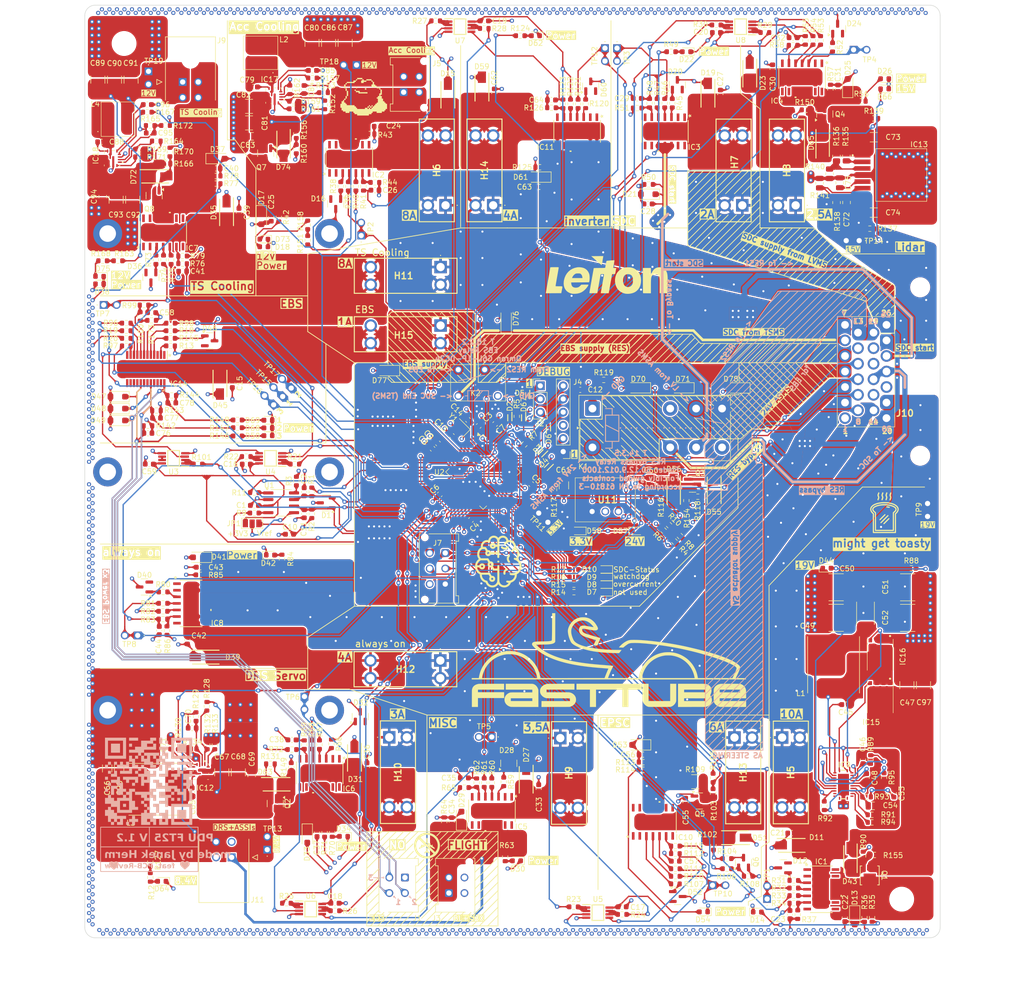
<source format=kicad_pcb>
(kicad_pcb
	(version 20240108)
	(generator "pcbnew")
	(generator_version "8.0")
	(general
		(thickness 1.6)
		(legacy_teardrops no)
	)
	(paper "A3")
	(title_block
		(title "PDU FT25")
		(date "2025-01-15")
		(rev "V1.2")
		(company "Janek Herm")
		(comment 1 "FasTTUBe Electronics")
	)
	(layers
		(0 "F.Cu" signal)
		(1 "In1.Cu" power)
		(2 "In2.Cu" signal)
		(31 "B.Cu" mixed)
		(32 "B.Adhes" user "B.Adhesive")
		(33 "F.Adhes" user "F.Adhesive")
		(34 "B.Paste" user)
		(35 "F.Paste" user)
		(36 "B.SilkS" user "B.Silkscreen")
		(37 "F.SilkS" user "F.Silkscreen")
		(38 "B.Mask" user)
		(39 "F.Mask" user)
		(40 "Dwgs.User" user "User.Drawings")
		(41 "Cmts.User" user "User.Comments")
		(42 "Eco1.User" user "User.Eco1")
		(43 "Eco2.User" user "User.Eco2")
		(44 "Edge.Cuts" user)
		(45 "Margin" user)
		(46 "B.CrtYd" user "B.Courtyard")
		(47 "F.CrtYd" user "F.Courtyard")
		(48 "B.Fab" user)
		(49 "F.Fab" user)
		(50 "User.1" user)
		(51 "User.2" user)
		(52 "User.3" user)
		(53 "User.4" user)
		(54 "User.5" user)
		(55 "User.6" user)
		(56 "User.7" user)
		(57 "User.8" user)
		(58 "User.9" user)
	)
	(setup
		(stackup
			(layer "F.SilkS"
				(type "Top Silk Screen")
			)
			(layer "F.Paste"
				(type "Top Solder Paste")
			)
			(layer "F.Mask"
				(type "Top Solder Mask")
				(thickness 0.01)
			)
			(layer "F.Cu"
				(type "copper")
				(thickness 0.035)
			)
			(layer "dielectric 1"
				(type "prepreg")
				(thickness 0.1)
				(material "FR4")
				(epsilon_r 4.5)
				(loss_tangent 0.02)
			)
			(layer "In1.Cu"
				(type "copper")
				(thickness 0.035)
			)
			(layer "dielectric 2"
				(type "core")
				(thickness 1.24)
				(material "FR4")
				(epsilon_r 4.5)
				(loss_tangent 0.02)
			)
			(layer "In2.Cu"
				(type "copper")
				(thickness 0.035)
			)
			(layer "dielectric 3"
				(type "prepreg")
				(thickness 0.1)
				(material "FR4")
				(epsilon_r 4.5)
				(loss_tangent 0.02)
			)
			(layer "B.Cu"
				(type "copper")
				(thickness 0.035)
			)
			(layer "B.Mask"
				(type "Bottom Solder Mask")
				(thickness 0.01)
			)
			(layer "B.Paste"
				(type "Bottom Solder Paste")
			)
			(layer "B.SilkS"
				(type "Bottom Silk Screen")
			)
			(copper_finish "None")
			(dielectric_constraints no)
		)
		(pad_to_mask_clearance 0)
		(allow_soldermask_bridges_in_footprints no)
		(pcbplotparams
			(layerselection 0x00010fc_ffffffff)
			(plot_on_all_layers_selection 0x0000000_00000000)
			(disableapertmacros no)
			(usegerberextensions no)
			(usegerberattributes yes)
			(usegerberadvancedattributes yes)
			(creategerberjobfile no)
			(dashed_line_dash_ratio 12.000000)
			(dashed_line_gap_ratio 3.000000)
			(svgprecision 4)
			(plotframeref no)
			(viasonmask no)
			(mode 1)
			(useauxorigin yes)
			(hpglpennumber 1)
			(hpglpenspeed 20)
			(hpglpendiameter 15.000000)
			(pdf_front_fp_property_popups yes)
			(pdf_back_fp_property_popups yes)
			(dxfpolygonmode yes)
			(dxfimperialunits yes)
			(dxfusepcbnewfont yes)
			(psnegative no)
			(psa4output no)
			(plotreference yes)
			(plotvalue no)
			(plotfptext yes)
			(plotinvisibletext no)
			(sketchpadsonfab no)
			(subtractmaskfromsilk yes)
			(outputformat 1)
			(mirror no)
			(drillshape 0)
			(scaleselection 1)
			(outputdirectory "gerber/")
		)
	)
	(net 0 "")
	(net 1 "GND")
	(net 2 "+3V3")
	(net 3 "stdCAN_H")
	(net 4 "/MCU/Vref")
	(net 5 "stdCAN_L")
	(net 6 "/MCU/NRST")
	(net 7 "Net-(D11-A2)")
	(net 8 "/powerstages/P_Out6a")
	(net 9 "/powerstages/IS4")
	(net 10 "Net-(D15-A2)")
	(net 11 "/connectors/P_Out1")
	(net 12 "/powerstages/IS1")
	(net 13 "Net-(D19-A2)")
	(net 14 "/powerstages/IS10")
	(net 15 "Net-(D23-A2)")
	(net 16 "/powerstages/P_Out9a")
	(net 17 "/powerstages/IS7")
	(net 18 "Net-(D27-A2)")
	(net 19 "/connectors/P_Out8")
	(net 20 "/powerstages/IS8")
	(net 21 "Net-(D31-A2)")
	(net 22 "/powerstages/P_Out5a")
	(net 23 "/powerstages/IS3")
	(net 24 "Net-(D35-A2)")
	(net 25 "/connectors/P_Out2")
	(net 26 "/powerstages/IS2")
	(net 27 "/connectors/P_Out9")
	(net 28 "/powerstages/IS9")
	(net 29 "Net-(IC9-CBOOT)")
	(net 30 "Net-(IC9-SW)")
	(net 31 "Net-(IC9-VCC)")
	(net 32 "Net-(D43-K)")
	(net 33 "Net-(IC9-PFM{slash}SYNC)")
	(net 34 "/connectors/P_Out4")
	(net 35 "Net-(C53-Pad2)")
	(net 36 "Net-(IC9-EXTCOMP)")
	(net 37 "Net-(D51-A2)")
	(net 38 "/connectors/P_Out5")
	(net 39 "/powerstages/IS5")
	(net 40 "Net-(D56-K)")
	(net 41 "Net-(D59-A2)")
	(net 42 "/connectors/P_Out6")
	(net 43 "/powerstages/IS6")
	(net 44 "Net-(IC12-SW)")
	(net 45 "Net-(IC12-BOOT)")
	(net 46 "/connectors/P_Out3")
	(net 47 "Net-(D63-K)")
	(net 48 "Net-(IC12-FB)")
	(net 49 "Net-(IC12-SS)")
	(net 50 "/connectors/P_Out7")
	(net 51 "Net-(IC13-FB)")
	(net 52 "Net-(D65-K)")
	(net 53 "Net-(IC13-SS)")
	(net 54 "/MCU/SWCLK")
	(net 55 "/MCU/SWDIO")
	(net 56 "/MCU/UART_RX")
	(net 57 "/MCU/UART_TX")
	(net 58 "Net-(D7-A)")
	(net 59 "Net-(D8-A)")
	(net 60 "Net-(D9-A)")
	(net 61 "Net-(D10-A)")
	(net 62 "Net-(D12-A)")
	(net 63 "unconnected-(D12-NC-Pad2)")
	(net 64 "Net-(D14-A)")
	(net 65 "Net-(D16-A)")
	(net 66 "unconnected-(D16-NC-Pad2)")
	(net 67 "Net-(D18-A)")
	(net 68 "Net-(D20-A)")
	(net 69 "unconnected-(D20-NC-Pad2)")
	(net 70 "Net-(D22-A)")
	(net 71 "Net-(D24-A)")
	(net 72 "unconnected-(D24-NC-Pad2)")
	(net 73 "Net-(D26-A)")
	(net 74 "Net-(D28-A)")
	(net 75 "unconnected-(D28-NC-Pad2)")
	(net 76 "Net-(D30-A)")
	(net 77 "unconnected-(D32-NC-Pad2)")
	(net 78 "Net-(D32-A)")
	(net 79 "Net-(D34-A)")
	(net 80 "Net-(D36-A)")
	(net 81 "unconnected-(D36-NC-Pad2)")
	(net 82 "Net-(D38-A)")
	(net 83 "Net-(D43-A)")
	(net 84 "Net-(D44-A)")
	(net 85 "Net-(D45-A2)")
	(net 86 "/powerstages/IS11")
	(net 87 "/connectors/P_Out12")
	(net 88 "unconnected-(D52-NC-Pad2)")
	(net 89 "Net-(D52-A)")
	(net 90 "Net-(D54-A)")
	(net 91 "Net-(D56-A)")
	(net 92 "Net-(D57-A)")
	(net 93 "Net-(D58-A)")
	(net 94 "unconnected-(D60-NC-Pad2)")
	(net 95 "Net-(D60-A)")
	(net 96 "Net-(D62-A)")
	(net 97 "Net-(D63-A)")
	(net 98 "Net-(D64-A)")
	(net 99 "Net-(D65-A)")
	(net 100 "Net-(D66-A)")
	(net 101 "/connectors/P_Out11")
	(net 102 "/connectors/P_Out10")
	(net 103 "Net-(D46-A)")
	(net 104 "+24V")
	(net 105 "Net-(IC1-IS)")
	(net 106 "Net-(IC1-GND)")
	(net 107 "Net-(IC1-IN)")
	(net 108 "Net-(IC1-DEN)")
	(net 109 "Net-(IC2-IS)")
	(net 110 "Net-(IC2-IN)")
	(net 111 "Net-(IC2-DEN)")
	(net 112 "Net-(IC2-GND)")
	(net 113 "Net-(IC3-IN)")
	(net 114 "Net-(IC3-GND)")
	(net 115 "Net-(IC3-IS)")
	(net 116 "Net-(IC3-DEN)")
	(net 117 "Net-(IC4-IN)")
	(net 118 "Net-(IC4-GND)")
	(net 119 "Net-(IC4-IS)")
	(net 120 "Net-(IC4-DEN)")
	(net 121 "Net-(IC5-GND)")
	(net 122 "Net-(IC5-DEN)")
	(net 123 "Net-(IC5-IS)")
	(net 124 "Net-(IC5-IN)")
	(net 125 "Net-(IC6-GND)")
	(net 126 "Net-(IC6-IN)")
	(net 127 "Net-(IC6-DEN)")
	(net 128 "Net-(IC6-IS)")
	(net 129 "Net-(IC7-IN)")
	(net 130 "Net-(IC7-IS)")
	(net 131 "Net-(IC7-GND)")
	(net 132 "Net-(IC7-DEN)")
	(net 133 "Net-(IC9-CNFG)")
	(net 134 "Net-(IC9-PG{slash}SYNCOUT)")
	(net 135 "Net-(IC9-RT)")
	(net 136 "Net-(IC9-ISNS+)")
	(net 137 "Net-(IC9-HO)")
	(net 138 "Net-(IC9-LO)")
	(net 139 "Net-(IC9-FB)")
	(net 140 "Net-(IC10-IS)")
	(net 141 "Net-(IC10-IN)")
	(net 142 "Net-(IC10-DEN)")
	(net 143 "Net-(IC10-GND)")
	(net 144 "Net-(IC11-DEN)")
	(net 145 "Net-(IC11-IS)")
	(net 146 "Net-(IC11-IN)")
	(net 147 "Net-(IC11-GND)")
	(net 148 "Net-(IC12-PG)")
	(net 149 "Net-(IC12-MODE)")
	(net 150 "Net-(IC12-EN)")
	(net 151 "Net-(IC13-RON)")
	(net 152 "Net-(IC13-EN)")
	(net 153 "/MCU/SWO")
	(net 154 "FDCAN_H")
	(net 155 "FDCAN_L")
	(net 156 "/RBR/SDC bypass")
	(net 157 "24V ASMS")
	(net 158 "Net-(JP1-C)")
	(net 159 "unconnected-(K1-Pad12)")
	(net 160 "unconnected-(K1-Pad24)")
	(net 161 "Net-(K1-PadA1)")
	(net 162 "unconnected-(D46-NC-Pad2)")
	(net 163 "Net-(IC14-DSEL1)")
	(net 164 "Net-(Q5-D)")
	(net 165 "Net-(Q5-G)")
	(net 166 "Net-(Q6-G)")
	(net 167 "Net-(Q6-D)")
	(net 168 "Net-(U1-Rs)")
	(net 169 "Net-(U2-PA0)")
	(net 170 "Net-(U2-BOOT0)")
	(net 171 "Net-(U2-PC0)")
	(net 172 "Net-(U2-PA11)")
	(net 173 "/MCU/CAN_RX")
	(net 174 "/MCU/CAN_TX")
	(net 175 "Net-(U2-PA12)")
	(net 176 "unconnected-(U2-PB7-Pad59)")
	(net 177 "unconnected-(U2-PA15-Pad50)")
	(net 178 "/MCU/STATUS_LED1")
	(net 179 "/MCU/STATUS_LED2")
	(net 180 "/MCU/STATUS_LED3")
	(net 181 "/MCU/STATUS_LED4")
	(net 182 "Net-(R12-Pad1)")
	(net 183 "Net-(U4A--)")
	(net 184 "/MCU/ISENSE1")
	(net 185 "Net-(U4B--)")
	(net 186 "/MCU/ISENSE2")
	(net 187 "/MCU/ISENSE3")
	(net 188 "Net-(U5A--)")
	(net 189 "Net-(U5B--)")
	(net 190 "/MCU/ISENSE4")
	(net 191 "/MCU/ISENSE5")
	(net 192 "Net-(U6A--)")
	(net 193 "Net-(U6B--)")
	(net 194 "/MCU/ISENSE6")
	(net 195 "/MCU/ISENSE7")
	(net 196 "Net-(U7A--)")
	(net 197 "Net-(U7B--)")
	(net 198 "/MCU/ISENSE8")
	(net 199 "/MCU/ISENSE9")
	(net 200 "Net-(U8A--)")
	(net 201 "Net-(U8B--)")
	(net 202 "/MCU/ISENSE10")
	(net 203 "/MCU/IN4")
	(net 204 "/MCU/IN1")
	(net 205 "/MCU/IN10")
	(net 206 "/MCU/IN7")
	(net 207 "/MCU/IN8")
	(net 208 "/MCU/IN3")
	(net 209 "/MCU/IN2")
	(net 210 "/MCU/IN9")
	(net 211 "/MCU/IN11")
	(net 212 "/MCU/IN12")
	(net 213 "/MCU/IN13")
	(net 214 "/MCU/PC_Read")
	(net 215 "/MCU/PC_EN")
	(net 216 "/MCU/IN5")
	(net 217 "/MCU/IN6")
	(net 218 "/MCU/XTAL_OUT")
	(net 219 "unconnected-(U2-PC5-Pad25)")
	(net 220 "Net-(IC14-GND)")
	(net 221 "unconnected-(U2-PC12-Pad53)")
	(net 222 "Net-(IC14-DEN)")
	(net 223 "Net-(IC14-IN2)")
	(net 224 "/MCU/XTAL_IN")
	(net 225 "unconnected-(U2-PD2-Pad54)")
	(net 226 "unconnected-(IC14-OUT3-Pad13)")
	(net 227 "Net-(IC14-IN0)")
	(net 228 "Net-(IC14-IN3)")
	(net 229 "Net-(IC14-DSEL0)")
	(net 230 "Net-(IC14-IN1)")
	(net 231 "Net-(IC14-IS)")
	(net 232 "/MCU/DSEL0")
	(net 233 "/MCU/DSEL1")
	(net 234 "Net-(U3A--)")
	(net 235 "/MCU/ISENSE11")
	(net 236 "Net-(U3B--)")
	(net 237 "unconnected-(IC9-NC_1-Pad1)")
	(net 238 "unconnected-(IC9-NC_2-Pad2)")
	(net 239 "unconnected-(IC9-NC_4-Pad23)")
	(net 240 "unconnected-(IC9-NC_3-Pad22)")
	(net 241 "unconnected-(IC9-NC_5-Pad24)")
	(net 242 "Net-(D50-A)")
	(net 243 "Net-(D68-A)")
	(net 244 "Net-(D69-A)")
	(net 245 "/connectors/P_Out14")
	(net 246 "/connectors/P_Out13")
	(net 247 "Net-(IC17-SW)")
	(net 248 "Net-(IC17-BOOT)")
	(net 249 "Net-(D72-K)")
	(net 250 "Net-(IC17-FB)")
	(net 251 "Net-(IC17-SS)")
	(net 252 "Net-(IC18-BOOT)")
	(net 253 "Net-(IC18-SW)")
	(net 254 "Net-(D74-K)")
	(net 255 "Net-(IC18-FB)")
	(net 256 "Net-(IC18-SS)")
	(net 257 "Net-(D72-A)")
	(net 258 "Net-(D73-A)")
	(net 259 "Net-(D74-A)")
	(net 260 "Net-(D75-A)")
	(net 261 "Net-(IC17-PG)")
	(net 262 "Net-(IC17-MODE)")
	(net 263 "Net-(IC17-EN)")
	(net 264 "Net-(IC18-PG)")
	(net 265 "Net-(IC18-MODE)")
	(net 266 "Net-(IC18-EN)")
	(net 267 "Net-(R151-Pad2)")
	(net 268 "Net-(R163-Pad2)")
	(net 269 "EBS supply")
	(net 270 "AS actuator supply")
	(net 271 "unconnected-(IC1-NC-Pad7)")
	(net 272 "unconnected-(IC1-NC-Pad1)")
	(net 273 "unconnected-(IC1-NC-Pad14)")
	(net 274 "unconnected-(IC1-NC-Pad8)")
	(net 275 "unconnected-(IC1-NC-Pad9)")
	(net 276 "unconnected-(IC1-NC-Pad13)")
	(net 277 "unconnected-(IC1-NC-Pad2)")
	(net 278 "unconnected-(IC2-NC-Pad2)")
	(net 279 "unconnected-(IC2-NC-Pad7)")
	(net 280 "unconnected-(IC2-NC-Pad8)")
	(net 281 "unconnected-(IC2-NC-Pad14)")
	(net 282 "unconnected-(IC2-NC-Pad1)")
	(net 283 "unconnected-(IC2-NC-Pad9)")
	(net 284 "unconnected-(IC2-NC-Pad13)")
	(net 285 "unconnected-(IC3-NC-Pad8)")
	(net 286 "unconnected-(IC3-NC-Pad1)")
	(net 287 "unconnected-(IC3-NC-Pad7)")
	(net 288 "unconnected-(IC3-NC-Pad14)")
	(net 289 "unconnected-(IC3-NC-Pad13)")
	(net 290 "unconnected-(IC3-NC-Pad9)")
	(net 291 "unconnected-(IC3-NC-Pad2)")
	(net 292 "unconnected-(IC4-NC-Pad2)")
	(net 293 "unconnected-(IC4-NC-Pad1)")
	(net 294 "unconnected-(IC4-NC-Pad13)")
	(net 295 "unconnected-(IC4-NC-Pad7)")
	(net 296 "unconnected-(IC4-NC-Pad9)")
	(net 297 "unconnected-(IC4-NC-Pad8)")
	(net 298 "unconnected-(IC4-NC-Pad14)")
	(net 299 "unconnected-(IC5-NC-Pad1)")
	(net 300 "unconnected-(IC5-NC-Pad8)")
	(net 301 "unconnected-(IC5-NC-Pad9)")
	(net 302 "unconnected-(IC5-NC-Pad14)")
	(net 303 "unconnected-(IC5-NC-Pad13)")
	(net 304 "unconnected-(IC5-NC-Pad2)")
	(net 305 "unconnected-(IC5-NC-Pad7)")
	(net 306 "unconnected-(IC6-NC-Pad14)")
	(net 307 "unconnected-(IC6-NC-Pad2)")
	(net 308 "unconnected-(IC6-NC-Pad7)")
	(net 309 "unconnected-(IC6-NC-Pad1)")
	(net 310 "unconnected-(IC6-NC-Pad9)")
	(net 311 "unconnected-(IC6-NC-Pad8)")
	(net 312 "unconnected-(IC6-NC-Pad13)")
	(net 313 "unconnected-(IC7-NC-Pad1)")
	(net 314 "unconnected-(IC7-NC-Pad9)")
	(net 315 "unconnected-(IC7-NC-Pad14)")
	(net 316 "unconnected-(IC7-NC-Pad13)")
	(net 317 "unconnected-(IC7-NC-Pad7)")
	(net 318 "unconnected-(IC7-NC-Pad8)")
	(net 319 "unconnected-(IC7-NC-Pad2)")
	(net 320 "unconnected-(IC10-NC-Pad14)")
	(net 321 "unconnected-(IC10-NC-Pad8)")
	(net 322 "unconnected-(IC10-NC-Pad13)")
	(net 323 "unconnected-(IC10-NC-Pad9)")
	(net 324 "unconnected-(IC10-NC-Pad1)")
	(net 325 "unconnected-(IC10-NC-Pad7)")
	(net 326 "unconnected-(IC10-NC-Pad2)")
	(net 327 "unconnected-(IC11-NC-Pad1)")
	(net 328 "unconnected-(IC11-NC-Pad13)")
	(net 329 "unconnected-(IC11-NC-Pad2)")
	(net 330 "unconnected-(IC11-NC-Pad7)")
	(net 331 "unconnected-(IC11-NC-Pad9)")
	(net 332 "unconnected-(IC11-NC-Pad8)")
	(net 333 "unconnected-(IC11-NC-Pad14)")
	(net 334 "unconnected-(IC14-NC-Pad21)")
	(net 335 "unconnected-(IC14-NC-Pad19)")
	(net 336 "unconnected-(IC14-NC-Pad15)")
	(net 337 "unconnected-(IC14-NC-Pad18)")
	(net 338 "unconnected-(IC14-NC-Pad23)")
	(net 339 "unconnected-(IC14-NC-Pad22)")
	(net 340 "unconnected-(IC14-NC-Pad14)")
	(net 341 "unconnected-(IC14-NC-Pad12)")
	(net 342 "unconnected-(IC14-NC-Pad1)")
	(net 343 "unconnected-(IC14-NC-Pad16)")
	(net 344 "/EBSR/EBS power")
	(net 345 "unconnected-(U2-PC14-Pad3)")
	(net 346 "unconnected-(U2-PC15-Pad4)")
	(net 347 "unconnected-(U2-PC13-Pad2)")
	(net 348 "Net-(R100-Pad1)")
	(net 349 "/RBR/RES")
	(net 350 "TSMS SDC")
	(net 351 "unconnected-(IC14-NC-Pad3)")
	(net 352 "unconnected-(U2-PB0-Pad26)")
	(net 353 "Net-(D39-A2)")
	(net 354 "unconnected-(D40-NC-Pad2)")
	(net 355 "Net-(D40-A)")
	(net 356 "Net-(D42-A)")
	(net 357 "unconnected-(IC8-NC-Pad8)")
	(net 358 "unconnected-(IC8-NC-Pad13)")
	(net 359 "Net-(IC8-IN)")
	(net 360 "unconnected-(IC8-NC-Pad9)")
	(net 361 "unconnected-(IC8-NC-Pad1)")
	(net 362 "Net-(IC8-DEN)")
	(net 363 "Net-(IC8-GND)")
	(net 364 "Net-(IC8-IS)")
	(net 365 "unconnected-(IC8-NC-Pad2)")
	(net 366 "unconnected-(IC8-NC-Pad14)")
	(net 367 "unconnected-(IC8-NC-Pad7)")
	(net 368 "unconnected-(J10-Pin_15-Pad15)")
	(net 369 "unconnected-(J10-Pin_17-Pad17)")
	(footprint "5025:5025" (layer "F.Cu") (at 165.32 98.46 90))
	(footprint "Resistor_SMD:R_0603_1608Metric" (layer "F.Cu") (at 161.375 88.955 90))
	(footprint "Resistor_SMD:R_0603_1608Metric" (layer "F.Cu") (at 128.645 103.135 -90))
	(footprint "Capacitor_SMD:C_1210_3225Metric" (layer "F.Cu") (at 162.225 61.275 90))
	(footprint "BTT6010-1ERB:SOIC14_BTT6010-1ERB_INF" (layer "F.Cu") (at 163.019 83.649799 90))
	(footprint "824501241:DIOM5127X250N" (layer "F.Cu") (at 139.345 93.995 -90))
	(footprint "Resistor_SMD:R_0603_1608Metric" (layer "F.Cu") (at 122.555 83.275))
	(footprint "Package_TO_SOT_SMD:SOT-23" (layer "F.Cu") (at 124.75 106.535 -90))
	(footprint "Package_TO_SOT_SMD:SOT-23" (layer "F.Cu") (at 165.14 191.314998 90))
	(footprint "Resistor_SMD:R_0603_1608Metric" (layer "F.Cu") (at 135.615001 196.775 90))
	(footprint "Resistor_SMD:R_0603_1608Metric" (layer "F.Cu") (at 155.915 68.065))
	(footprint "Capacitor_SMD:C_1210_3225Metric" (layer "F.Cu") (at 143.685 76.725 180))
	(footprint "Resistor_SMD:R_0603_1608Metric" (layer "F.Cu") (at 135.545001 189.315 -90))
	(footprint "LED_SMD:LED_0603_1608Metric" (layer "F.Cu") (at 266.295 70.155 180))
	(footprint "brain:heart" (layer "F.Cu") (at 117.6 220.05))
	(footprint "Resistor_SMD:R_0603_1608Metric" (layer "F.Cu") (at 127.585 77.225))
	(footprint "ESD321DYAR:SODFL1608X77N" (layer "F.Cu") (at 193.99 133.625 -90))
	(footprint "Diode_SMD:D_SOD-123F" (layer "F.Cu") (at 218.94 127.854999 180))
	(footprint "5025:5025" (layer "F.Cu") (at 147.190001 216.99 90))
	(footprint "Resistor_SMD:R_0603_1608Metric" (layer "F.Cu") (at 147.805 200.415))
	(footprint "5025:5025" (layer "F.Cu") (at 261.38 99.44 180))
	(footprint "MountingHole:MountingHole_3.2mm_M3_DIN965_Pad" (layer "F.Cu") (at 116.41 144.08 -90))
	(footprint "Resistor_SMD:R_0603_1608Metric" (layer "F.Cu") (at 254.645 208.515 -90))
	(footprint "3557-15:355715" (layer "F.Cu") (at 180.58 180.485 180))
	(footprint "Resistor_SMD:R_0603_1608Metric" (layer "F.Cu") (at 264.205001 75.855))
	(footprint "Capacitor_SMD:C_0603_1608Metric" (layer "F.Cu") (at 156.795 213.675001 -90))
	(footprint "Resistor_SMD:R_0603_1608Metric" (layer "F.Cu") (at 120.005477 118.297452))
	(footprint "MountingHole:MountingHole_4.3mm_M4" (layer "F.Cu") (at 119.575 226.345))
	(footprint "Capacitor_SMD:C_1210_3225Metric" (layer "F.Cu") (at 138.414747 202.063428 90))
	(footprint "Diode_SMD:D_SOD-123F" (layer "F.Cu") (at 146.065 94.88 -90))
	(footprint "Capacitor_SMD:C_0603_1608Metric" (layer "F.Cu") (at 185.205 203.145 180))
	(footprint "Resistor_SMD:R_0603_1608Metric" (layer "F.Cu") (at 225.925 220.675))
	(footprint "Resistor_SMD:R_0603_1608Metric"
		(layer "F.Cu")
		(uuid "15025461-dcc7-4f61-9542-8f8e8ec99700")
		(at 154.995 99.365 90)
		(descr "Resistor SMD 0603 (1608 Metric), square (rectangular) end terminal, IPC_7351 nominal, (Body size source: IPC-SM-782 page 72, https://www.pcb-3d.com/wordpress/wp-content/uploads/ipc-sm-782a_amendment_1_and_2.pdf), generated with kicad-footprint-generator")
		(tags "resistor")
		(property "Reference" "R151"
			(at -0.65 -1.42 90)
			(layer "F.SilkS")
			(uuid "122f886c-686c-4dca-9df4-687a2b60e366")
			(effects
				(font
					(size 1 1)
					(thickness 0.15)
				)
			)
		)
		(property "Value" "1k"
			(at 0 1.43 90)
			(layer "F.Fab")
			(uuid "a592b584-abae-4bea-8bc8-0a8ffebe0b80")
			(effects
				(font
					(size 1 1)
					(thickness 0.15)
				)
			)
		)
		(property "Footprint" "Resistor_SMD:R_0603_1608Metric"
			(at 0 0 90)
			(unlocked yes)
			(layer "F.Fab")
			(hide yes)
			(uuid "1c5f638a-4832-4642-88d6-97d1baf0f576")
			(effects
				(font
					(size 1.27 1.27)
					(thickness 0.15)
				)
			)
		)
		(property "Datasheet" ""
			(at 0 0 90)
			(unlocked yes)
			(layer "F.Fab")
			(hide yes)
			(uuid "59d60a19-0eeb-4754-9aba-e42d43305fa7")
			(effects
				(font
					(size 1.27 1.27)
					(thickness 0.15)
				)
			)
		)
		(property "Description" "Resistor, small symbol"
			(at 0 0 90)
			(unlocked yes)
			(layer "F.Fab")
			(hide yes)
			(uuid "33615a10-7215-4795-96b9-fa93cea6c121")
			(effects
				(font
					(size 1.27 1.27)
					(thickness 0.15)
				)
			)
		)
		(property ki_fp_filters "R_*")
		(path "/780d04e9-366d-4b48-88f6-229428c96c3a/2688228a-78b0-463b-82bd-42a0dedab640/a31b0199-c63c-4e83-8127-1fac1a9facaf")
		(sheetname "ACC pump DCDC")
		(sheetfile "pumpDCDC.kicad_sch")
		(attr smd)
		(fp_line
			(start -0.237258 -0.5225)
			(end 0.237258 -0.5225)
			(stroke
				(width 0.12)
				(type solid)
			)
			(layer "F.SilkS")
			(uuid "dc8e5fd8-4ca3-4c1d-b1f5-6eaae540711d")
		)
		(fp_line
			(start -0.237258 0.5225)
			(end 0.237258 0.5225)
			(stroke
				(width 0.12)
				(type solid)
			)
			(layer "F.SilkS")
			(uuid "6c0a18d3-6077-4bcb-825a-872d2e6b7716")
		)
		(fp_line
			(start 1.48 -0.73)
			(end 1.48 0.73)
			(stroke
				(width 0.05)
				(type solid)
			)
			(layer "F.CrtYd")
			(uuid "7313f3b4-9a54-4d87-8c75-088e5090a017")
		)
		(fp_line
			(start -1.48 -0.73)
			(end 1.48 -0.73)
			(stroke
				(width 0.05)
				(type solid)
			)
			(layer "F.CrtYd")
			(uuid "6af3927a-7d15-47f2-a5a0-8445f1b4c182")
		)
		(fp_line
			(start 1.48 0.73)
			(end -1.48 0.73)
			(stroke
				(width 0.05)
				(type solid)
			)
			(layer "F.CrtYd")
			(uuid "72e13f33-6639-4f39-84e2-7a3d4ba4715a")
		)
		(fp_line
			(start -1.48 0.73)
			(end -1.48 -0.73)
			(stroke
				(width 0.05)
				(type solid)
			)
			(layer "F.CrtYd")
			(uuid "ff98d762-9a6b-4848-89e9-20b6125bce37")
		)
		(fp_line
			(start 0.8 -0.4125)
			(end 0.8 0.4125)
			(stroke
				(width 0.1)
				(type solid)
			)
			(layer "F.Fab")
			(uuid "fe961a65-105c-43a7-89d7-5c7c44acd8a1")
		)
		(fp_line
			(start -0.8 -0.4125)
			(end 0.8 -0.4125)
			(stroke
				(width 0.1)
				(type solid)
			)
			(layer "F.Fab")
			(uuid "bb8064fe-6479-4ead-87cb-214fa68d7676")
		)
		(fp_line
			(start 0.8 0.4125)
			(end -0.8 0.4125)
			(stroke
				(width 0.1)
				(type solid)
			)
			(layer "F.Fab")
			(uuid "0ba98a26-6841-4152-aae7-55d7e1c78c39")
		)
		(fp_line
			(start -0.8 0.4125)
			(end -0.8 -0.4125)
			(stroke
				(wi
... [9368272 chars truncated]
</source>
